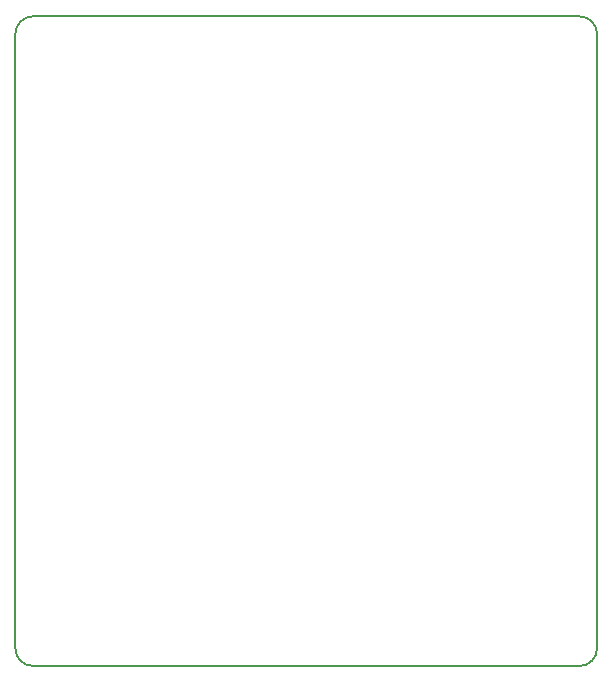
<source format=gm1>
%TF.GenerationSoftware,KiCad,Pcbnew,5.1.5+dfsg1-2build2*%
%TF.CreationDate,2021-01-24T20:27:35+01:00*%
%TF.ProjectId,PlacaStepperShield,506c6163-6153-4746-9570-706572536869,rev?*%
%TF.SameCoordinates,Original*%
%TF.FileFunction,Profile,NP*%
%FSLAX46Y46*%
G04 Gerber Fmt 4.6, Leading zero omitted, Abs format (unit mm)*
G04 Created by KiCad (PCBNEW 5.1.5+dfsg1-2build2) date 2021-01-24 20:27:35*
%MOMM*%
%LPD*%
G04 APERTURE LIST*
%ADD10C,0.127000*%
G04 APERTURE END LIST*
D10*
X126250000Y-109000000D02*
G75*
G02X124750000Y-107500000I0J1500000D01*
G01*
X174000000Y-107500000D02*
G75*
G02X172500000Y-109000000I-1500000J0D01*
G01*
X172500000Y-54000000D02*
G75*
G02X174000000Y-55500000I0J-1500000D01*
G01*
X124750000Y-55500000D02*
G75*
G02X126250000Y-54000000I1500000J0D01*
G01*
X124750000Y-107500000D02*
X124750000Y-55500000D01*
X172500000Y-109000000D02*
X126250000Y-109000000D01*
X174000000Y-55500000D02*
X174000000Y-107500000D01*
X126250000Y-54000000D02*
X172500000Y-54000000D01*
M02*

</source>
